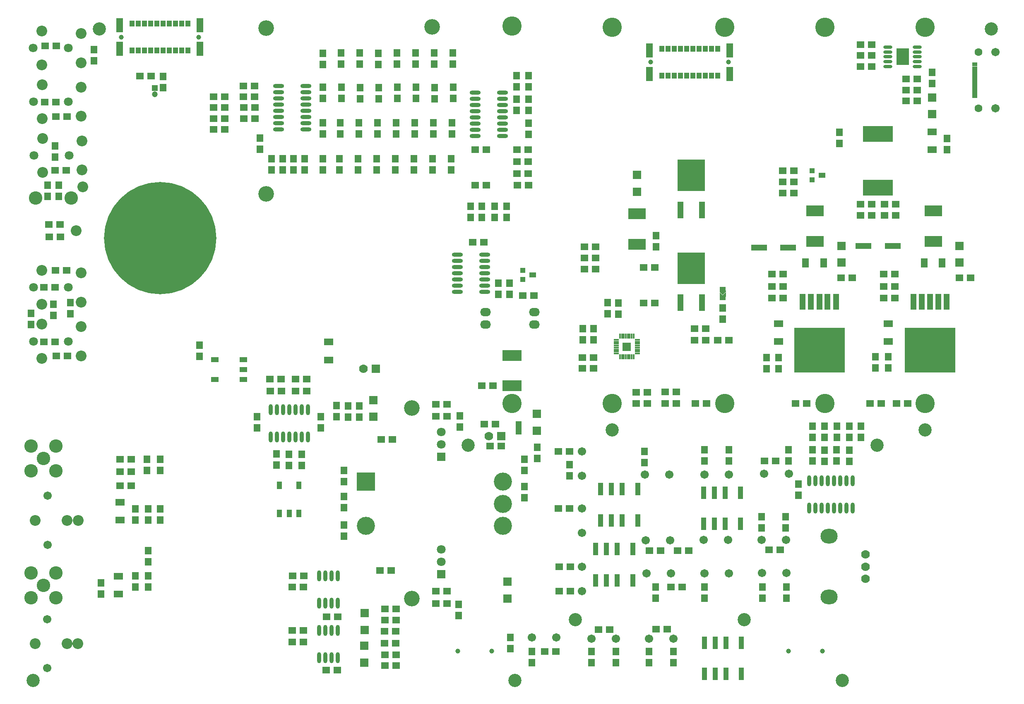
<source format=gts>
G04*
G04 #@! TF.GenerationSoftware,Altium Limited,Altium Designer,20.1.8 (145)*
G04*
G04 Layer_Color=8388736*
%FSAX24Y24*%
%MOIN*%
G70*
G04*
G04 #@! TF.SameCoordinates,C37C2F13-19AF-4E89-93B9-DE42FBC32811*
G04*
G04*
G04 #@! TF.FilePolarity,Negative*
G04*
G01*
G75*
%ADD62R,0.1580X0.0867*%
%ADD63O,0.0320X0.0880*%
%ADD64R,0.0480X0.0400*%
%ADD65R,0.0530X0.0630*%
%ADD66R,0.0630X0.0530*%
%ADD67R,0.0415X0.0198*%
%ADD68R,0.0680X0.0680*%
%ADD69R,0.0552X0.1163*%
%ADD70R,0.0395X0.0513*%
%ADD71O,0.0730X0.0277*%
%ADD72R,0.0986X0.1340*%
%ADD73R,0.1261X0.0474*%
%ADD74R,0.0500X0.1261*%
%ADD75R,0.4096X0.3623*%
%ADD76R,0.2442X0.1261*%
%ADD77R,0.0780X0.0580*%
%ADD78R,0.0651X0.0651*%
%ADD79R,0.0395X0.0159*%
%ADD80R,0.0159X0.0395*%
%ADD81R,0.1415X0.0852*%
%ADD82R,0.2206X0.2521*%
%ADD83R,0.0474X0.1340*%
%ADD84O,0.0880X0.0320*%
%ADD85R,0.0434X0.1025*%
%ADD86R,0.0440X0.0440*%
%ADD87R,0.0580X0.0440*%
%ADD88O,0.0867X0.0671*%
%ADD89R,0.0580X0.0780*%
%ADD90R,0.0395X0.0631*%
%ADD91R,0.0631X0.0395*%
%ADD92C,0.0474*%
%ADD93R,0.0474X0.0474*%
%ADD94R,0.0700X0.0700*%
%ADD95C,0.0700*%
%ADD96C,0.1261*%
%ADD97C,0.1080*%
%ADD98C,0.0867*%
%ADD99C,0.0710*%
%ADD100C,0.1064*%
%ADD101C,0.0395*%
%ADD102C,0.0671*%
%ADD103C,0.0631*%
%ADD104C,0.1556*%
%ADD105C,0.0710*%
%ADD106R,0.0710X0.0710*%
%ADD107C,0.1458*%
%ADD108R,0.1458X0.1458*%
%ADD109O,0.1380X0.1182*%
%ADD110C,0.9055*%
G36*
X050120Y032720D02*
X049880Y032480D01*
X049640Y032720D01*
Y032820D01*
X050120D01*
Y032720D01*
D02*
G37*
G36*
Y032320D02*
X049640D01*
Y032700D01*
X049880Y032460D01*
X050120Y032700D01*
Y032320D01*
D02*
G37*
G36*
X066560Y043545D02*
X066320Y043305D01*
X066080Y043545D01*
Y043645D01*
X066560D01*
Y043545D01*
D02*
G37*
G36*
Y043145D02*
X066080D01*
Y043525D01*
X066320Y043285D01*
X066560Y043525D01*
Y043145D01*
D02*
G37*
D62*
X049340Y038420D02*
D03*
X049340Y035968D02*
D03*
D63*
X076260Y026118D02*
D03*
X075760Y028318D02*
D03*
X073760D02*
D03*
X075760Y026118D02*
D03*
X075260Y028318D02*
D03*
X074760D02*
D03*
X074260D02*
D03*
X076260D02*
D03*
X076760D02*
D03*
Y026118D02*
D03*
X075260D02*
D03*
X074760D02*
D03*
X074260D02*
D03*
X073260Y028318D02*
D03*
Y026118D02*
D03*
X073760D02*
D03*
X029890Y034060D02*
D03*
X030390Y031860D02*
D03*
X032390D02*
D03*
X030390Y034060D02*
D03*
X030890Y031860D02*
D03*
X031390D02*
D03*
X031890D02*
D03*
X029890D02*
D03*
X030890Y034060D02*
D03*
X031390D02*
D03*
X031890D02*
D03*
X032890Y031860D02*
D03*
Y034060D02*
D03*
X032390D02*
D03*
X033790Y018460D02*
D03*
X035290D02*
D03*
X034790Y018460D02*
D03*
X034290D02*
D03*
X033790Y020660D02*
D03*
X034290D02*
D03*
X034790D02*
D03*
X035290D02*
D03*
X033790Y014030D02*
D03*
X035290D02*
D03*
X034790Y014030D02*
D03*
X034290D02*
D03*
X033790Y016230D02*
D03*
X034290D02*
D03*
X034790D02*
D03*
X035290D02*
D03*
D64*
X049880Y032920D02*
D03*
Y032245D02*
D03*
X066320Y043070D02*
D03*
Y043745D02*
D03*
D65*
X021233Y060899D02*
D03*
X021233Y059999D02*
D03*
X084380Y055014D02*
D03*
X084380Y055914D02*
D03*
X051360Y031010D02*
D03*
X051360Y030110D02*
D03*
X083184Y061262D02*
D03*
X083184Y060362D02*
D03*
X057910Y041750D02*
D03*
X057910Y042650D02*
D03*
X055920Y039670D02*
D03*
X055920Y040570D02*
D03*
X057030Y042665D02*
D03*
X057030Y041765D02*
D03*
X066320Y042240D02*
D03*
X066320Y041340D02*
D03*
X060940Y048093D02*
D03*
X060940Y047193D02*
D03*
X034100Y061893D02*
D03*
X034100Y062793D02*
D03*
X035589Y061910D02*
D03*
X035589Y062810D02*
D03*
X037089D02*
D03*
X037089Y061910D02*
D03*
X040089D02*
D03*
X040089Y062810D02*
D03*
X041589Y061910D02*
D03*
X041589Y062810D02*
D03*
X043089Y061910D02*
D03*
X043089Y062810D02*
D03*
X044589D02*
D03*
X044589Y061910D02*
D03*
X038586Y062793D02*
D03*
X038586Y061893D02*
D03*
X072390Y028060D02*
D03*
X072390Y027160D02*
D03*
X077450Y032710D02*
D03*
X077450Y031810D02*
D03*
X076510Y029888D02*
D03*
X076510Y030788D02*
D03*
X076494Y031810D02*
D03*
X076494Y032710D02*
D03*
X050350Y030040D02*
D03*
X050350Y029140D02*
D03*
X053960Y028726D02*
D03*
X053960Y029626D02*
D03*
X046907Y050455D02*
D03*
X046907Y049555D02*
D03*
X016250Y020090D02*
D03*
X016250Y019190D02*
D03*
X019020Y025130D02*
D03*
X019020Y026030D02*
D03*
X050679Y056257D02*
D03*
X050679Y057157D02*
D03*
X046021Y050462D02*
D03*
X046021Y049562D02*
D03*
X047950Y049559D02*
D03*
X047950Y050459D02*
D03*
X034099Y054280D02*
D03*
X034099Y053380D02*
D03*
X034100Y059143D02*
D03*
X034100Y060043D02*
D03*
X034096Y057180D02*
D03*
X034096Y056280D02*
D03*
X036939Y053380D02*
D03*
X036939Y054280D02*
D03*
X037096Y059123D02*
D03*
X037096Y060023D02*
D03*
X037016Y056263D02*
D03*
X037016Y057163D02*
D03*
X038439Y053380D02*
D03*
X038439Y054280D02*
D03*
X038596Y059123D02*
D03*
X038596Y060023D02*
D03*
X038519Y057180D02*
D03*
X038519Y056280D02*
D03*
X042939Y053380D02*
D03*
X042939Y054280D02*
D03*
X043096Y059123D02*
D03*
X043096Y060023D02*
D03*
X043016Y056263D02*
D03*
X043016Y057163D02*
D03*
X044436Y054263D02*
D03*
X044436Y053363D02*
D03*
X044599Y060040D02*
D03*
X044599Y059140D02*
D03*
X044516Y056263D02*
D03*
X044516Y057163D02*
D03*
X029050Y055060D02*
D03*
X029050Y055960D02*
D03*
X035436Y053363D02*
D03*
X035436Y054263D02*
D03*
X035599Y059140D02*
D03*
X035599Y060040D02*
D03*
X035516Y057163D02*
D03*
X035516Y056263D02*
D03*
X039936Y053363D02*
D03*
X039936Y054263D02*
D03*
X040099Y059140D02*
D03*
X040099Y060040D02*
D03*
X040016Y057163D02*
D03*
X040016Y056263D02*
D03*
X041436Y053363D02*
D03*
X041436Y054263D02*
D03*
X041599Y059140D02*
D03*
X041599Y060040D02*
D03*
X041516Y057163D02*
D03*
X041516Y056263D02*
D03*
X029966Y054283D02*
D03*
X029966Y053383D02*
D03*
X032630Y054280D02*
D03*
X032630Y053380D02*
D03*
X031751Y054283D02*
D03*
X031751Y053383D02*
D03*
X050678Y058190D02*
D03*
X050678Y059090D02*
D03*
X050678Y060990D02*
D03*
X050678Y060090D02*
D03*
X030867Y054283D02*
D03*
X030867Y053383D02*
D03*
X049720Y058190D02*
D03*
X049720Y059090D02*
D03*
X049700Y060090D02*
D03*
X049700Y060990D02*
D03*
X048918Y050459D02*
D03*
X048918Y049559D02*
D03*
X055042Y040570D02*
D03*
X055042Y039670D02*
D03*
X010594Y041814D02*
D03*
X010594Y040914D02*
D03*
X012390Y042540D02*
D03*
X012390Y041640D02*
D03*
X013785Y042690D02*
D03*
X013785Y041790D02*
D03*
X048240Y043358D02*
D03*
X048240Y044258D02*
D03*
X020997Y030030D02*
D03*
X020997Y029130D02*
D03*
X049130Y043358D02*
D03*
X049130Y044258D02*
D03*
X015680Y063080D02*
D03*
X015680Y062180D02*
D03*
X012530Y054420D02*
D03*
X012530Y055320D02*
D03*
X011930Y051230D02*
D03*
X011930Y052130D02*
D03*
X012850D02*
D03*
X012850Y051230D02*
D03*
X049220Y015680D02*
D03*
X049220Y014780D02*
D03*
X060366Y014542D02*
D03*
X060366Y013642D02*
D03*
X057694D02*
D03*
X057694Y014542D02*
D03*
X035820Y028233D02*
D03*
X035820Y029133D02*
D03*
X032390Y030460D02*
D03*
X032390Y029560D02*
D03*
X030388Y030469D02*
D03*
X030388Y029569D02*
D03*
X028818Y033469D02*
D03*
X028818Y032569D02*
D03*
X031380Y030460D02*
D03*
X031380Y029560D02*
D03*
X045030Y017460D02*
D03*
X045030Y018360D02*
D03*
X035800Y023830D02*
D03*
X035800Y024730D02*
D03*
X035800Y026150D02*
D03*
X035800Y027050D02*
D03*
X036138Y033449D02*
D03*
X036138Y034349D02*
D03*
X045130Y032630D02*
D03*
X045130Y033530D02*
D03*
X037030Y034330D02*
D03*
X037030Y033430D02*
D03*
X035210Y034369D02*
D03*
X035210Y033469D02*
D03*
X033930D02*
D03*
X033930Y032569D02*
D03*
X020050Y021790D02*
D03*
X020050Y022690D02*
D03*
X019020Y019730D02*
D03*
X019020Y020630D02*
D03*
X020048Y026037D02*
D03*
X020048Y025137D02*
D03*
X019940Y029130D02*
D03*
X019940Y030030D02*
D03*
X020050Y019750D02*
D03*
X020050Y020650D02*
D03*
X021020Y025160D02*
D03*
X021020Y026060D02*
D03*
X079640Y037416D02*
D03*
X079640Y038316D02*
D03*
X078609Y038312D02*
D03*
X078609Y037412D02*
D03*
X069838Y038250D02*
D03*
X069838Y037350D02*
D03*
X070798Y037353D02*
D03*
X070798Y038253D02*
D03*
X075719Y056419D02*
D03*
X075719Y055519D02*
D03*
X024180Y039260D02*
D03*
X024180Y038360D02*
D03*
X050350Y027850D02*
D03*
X050350Y026950D02*
D03*
X075490Y031810D02*
D03*
X075490Y032710D02*
D03*
X074520D02*
D03*
X074520Y031810D02*
D03*
X073549D02*
D03*
X073549Y032710D02*
D03*
X073547Y029905D02*
D03*
X073547Y030805D02*
D03*
X074518Y030788D02*
D03*
X074518Y029888D02*
D03*
X075488Y029897D02*
D03*
X075488Y030797D02*
D03*
X050932Y014542D02*
D03*
X050932Y013642D02*
D03*
X071622Y030809D02*
D03*
X071622Y029909D02*
D03*
X055726Y014533D02*
D03*
X055726Y013633D02*
D03*
X066820Y029900D02*
D03*
X066820Y030800D02*
D03*
X064834Y029897D02*
D03*
X064834Y030797D02*
D03*
X062332Y013642D02*
D03*
X062332Y014542D02*
D03*
X060017Y029794D02*
D03*
X060017Y030694D02*
D03*
X071386Y024510D02*
D03*
X071386Y025410D02*
D03*
X060920Y019750D02*
D03*
X060920Y018850D02*
D03*
X069426Y024510D02*
D03*
X069426Y025410D02*
D03*
X064836Y019750D02*
D03*
X064836Y018850D02*
D03*
X069500Y019750D02*
D03*
X069500Y018850D02*
D03*
X071454Y019750D02*
D03*
X071454Y018850D02*
D03*
D66*
X020278Y060952D02*
D03*
X019378Y060952D02*
D03*
X070051Y022736D02*
D03*
X070951Y022736D02*
D03*
X013440Y053357D02*
D03*
X012540Y053357D02*
D03*
X012650Y063390D02*
D03*
X011750Y063390D02*
D03*
X072053Y051502D02*
D03*
X071153Y051502D02*
D03*
X079340Y050610D02*
D03*
X080240Y050610D02*
D03*
X064032Y039660D02*
D03*
X064932Y039660D02*
D03*
X064032Y040576D02*
D03*
X064932Y040576D02*
D03*
X065914Y039660D02*
D03*
X066814Y039660D02*
D03*
X081978Y059819D02*
D03*
X081078Y059819D02*
D03*
X081978Y060700D02*
D03*
X081078Y060700D02*
D03*
X081978Y058930D02*
D03*
X081078Y058930D02*
D03*
X078312Y061709D02*
D03*
X077412Y061709D02*
D03*
X078322Y063486D02*
D03*
X077422Y063486D02*
D03*
X047110Y032880D02*
D03*
X048010Y032880D02*
D03*
X059927Y045499D02*
D03*
X060827Y045499D02*
D03*
X055020Y038260D02*
D03*
X055920Y038260D02*
D03*
X055000Y037370D02*
D03*
X055900Y037370D02*
D03*
X047790Y035980D02*
D03*
X046890Y035980D02*
D03*
X059332Y034553D02*
D03*
X060232Y034553D02*
D03*
X059332Y035461D02*
D03*
X060232Y035461D02*
D03*
X061667Y034551D02*
D03*
X062567Y034551D02*
D03*
X065000Y034555D02*
D03*
X064100Y034555D02*
D03*
X062564Y035466D02*
D03*
X061664Y035466D02*
D03*
X073080Y034560D02*
D03*
X072180Y034560D02*
D03*
X078161Y034553D02*
D03*
X079061Y034553D02*
D03*
X081208Y034560D02*
D03*
X080308Y034560D02*
D03*
X055161Y047182D02*
D03*
X056061Y047182D02*
D03*
X055161Y046277D02*
D03*
X056061Y046277D02*
D03*
X055161Y045389D02*
D03*
X056061Y045389D02*
D03*
X060823Y042650D02*
D03*
X059923Y042650D02*
D03*
X077408Y062604D02*
D03*
X078308Y062604D02*
D03*
X051980Y014542D02*
D03*
X052880Y014542D02*
D03*
X053960Y030694D02*
D03*
X053060Y030694D02*
D03*
X053150Y021390D02*
D03*
X054050Y021390D02*
D03*
X053960Y026084D02*
D03*
X053060Y026084D02*
D03*
X053150Y019416D02*
D03*
X054050Y019416D02*
D03*
X025296Y057519D02*
D03*
X026196Y057519D02*
D03*
X050626Y055016D02*
D03*
X049726Y055016D02*
D03*
X026199Y059282D02*
D03*
X025299Y059282D02*
D03*
Y056648D02*
D03*
X026199Y056648D02*
D03*
X046362Y055016D02*
D03*
X047262Y055016D02*
D03*
X028623Y058399D02*
D03*
X027723Y058399D02*
D03*
X028623Y057519D02*
D03*
X027723Y057519D02*
D03*
X049726Y054042D02*
D03*
X050626Y054042D02*
D03*
X049750Y053086D02*
D03*
X050650Y053086D02*
D03*
X027720Y060160D02*
D03*
X028620Y060160D02*
D03*
Y059283D02*
D03*
X027720Y059283D02*
D03*
X050660Y052156D02*
D03*
X049760Y052156D02*
D03*
X046362Y052157D02*
D03*
X047262Y052157D02*
D03*
X025296Y058400D02*
D03*
X026196Y058400D02*
D03*
X039100Y017083D02*
D03*
X040000Y017083D02*
D03*
X040001Y013401D02*
D03*
X039101Y013401D02*
D03*
X012539Y039506D02*
D03*
X011639Y039506D02*
D03*
X011630Y043909D02*
D03*
X012530Y043909D02*
D03*
X013460Y045287D02*
D03*
X012560Y045287D02*
D03*
X050220Y043252D02*
D03*
X051120Y043252D02*
D03*
X012629Y038371D02*
D03*
X013529Y038371D02*
D03*
X047080Y047560D02*
D03*
X046180Y047560D02*
D03*
X012610Y057680D02*
D03*
X013510Y057680D02*
D03*
X012610Y058840D02*
D03*
X011710Y058840D02*
D03*
X012970Y047990D02*
D03*
X012070Y047990D02*
D03*
X012050Y048970D02*
D03*
X012950Y048970D02*
D03*
X056300Y016320D02*
D03*
X057200Y016320D02*
D03*
X061840Y016360D02*
D03*
X060940Y016360D02*
D03*
X039110Y017963D02*
D03*
X040010Y017963D02*
D03*
X043206Y019404D02*
D03*
X044106Y019404D02*
D03*
X031890Y035550D02*
D03*
X032790Y035550D02*
D03*
X039590Y021080D02*
D03*
X038690Y021080D02*
D03*
X039980Y016183D02*
D03*
X039080Y016183D02*
D03*
X043206Y018408D02*
D03*
X044106Y018408D02*
D03*
X034390Y017360D02*
D03*
X035290Y017360D02*
D03*
X030770Y035550D02*
D03*
X029870Y035550D02*
D03*
X030750Y036500D02*
D03*
X029850Y036500D02*
D03*
X044110Y034470D02*
D03*
X043210Y034470D02*
D03*
X035270Y013030D02*
D03*
X034370Y013030D02*
D03*
X040000Y014293D02*
D03*
X039100Y014293D02*
D03*
X032790Y036500D02*
D03*
X031890Y036500D02*
D03*
X032560Y020660D02*
D03*
X031660Y020660D02*
D03*
X032540Y015320D02*
D03*
X031640Y015320D02*
D03*
X031651Y016230D02*
D03*
X032551Y016230D02*
D03*
X031651Y019758D02*
D03*
X032551Y019758D02*
D03*
X017770Y030030D02*
D03*
X018670Y030030D02*
D03*
X017780Y027920D02*
D03*
X018680Y027920D02*
D03*
X017770Y029030D02*
D03*
X018670Y029030D02*
D03*
X080240Y049714D02*
D03*
X079340Y049714D02*
D03*
X086260Y044670D02*
D03*
X085360Y044670D02*
D03*
X079280Y043035D02*
D03*
X080180Y043035D02*
D03*
X080180Y043980D02*
D03*
X079280Y043980D02*
D03*
Y044990D02*
D03*
X080180Y044990D02*
D03*
X077405Y050611D02*
D03*
X078305Y050611D02*
D03*
X072053Y052405D02*
D03*
X071153Y052405D02*
D03*
X072050Y053320D02*
D03*
X071150Y053320D02*
D03*
X076724Y044670D02*
D03*
X075824Y044670D02*
D03*
X077405Y049718D02*
D03*
X078305Y049718D02*
D03*
X070267Y043035D02*
D03*
X071167Y043035D02*
D03*
X070264Y043980D02*
D03*
X071164Y043980D02*
D03*
X071167Y044990D02*
D03*
X070267Y044990D02*
D03*
X038810Y031650D02*
D03*
X039710Y031650D02*
D03*
X044110Y033510D02*
D03*
X043210Y033510D02*
D03*
X047570Y031100D02*
D03*
X048470Y031100D02*
D03*
X039980Y015223D02*
D03*
X039080Y015223D02*
D03*
X062147Y019752D02*
D03*
X063047Y019752D02*
D03*
X069660Y029920D02*
D03*
X070560Y029920D02*
D03*
X062687Y022690D02*
D03*
X063587Y022690D02*
D03*
X060394D02*
D03*
X061294Y022690D02*
D03*
D67*
X086605Y061508D02*
D03*
Y061311D02*
D03*
Y060917D02*
D03*
Y060327D02*
D03*
Y059933D02*
D03*
Y059736D02*
D03*
X086604Y059411D02*
D03*
X086605Y059292D02*
D03*
X086605Y059619D02*
D03*
X086605Y060130D02*
D03*
Y060524D02*
D03*
Y060720D02*
D03*
Y061114D02*
D03*
X086605Y061954D02*
D03*
X086604Y061626D02*
D03*
X086605Y061834D02*
D03*
D68*
X038181Y034819D02*
D03*
Y033469D02*
D03*
X083160Y059220D02*
D03*
Y057870D02*
D03*
X051325Y032350D02*
D03*
Y033700D02*
D03*
X059408Y052976D02*
D03*
Y051626D02*
D03*
X037460Y016283D02*
D03*
Y017633D02*
D03*
X037440Y015000D02*
D03*
Y013650D02*
D03*
X085359Y047262D02*
D03*
Y045912D02*
D03*
X075879Y047262D02*
D03*
Y045912D02*
D03*
X048980Y020170D02*
D03*
Y018820D02*
D03*
D69*
X024219Y063132D02*
D03*
X017743D02*
D03*
X024219Y065041D02*
D03*
X017743D02*
D03*
X066880Y061108D02*
D03*
X060404D02*
D03*
X066880Y063017D02*
D03*
X060404D02*
D03*
D70*
X023231Y063004D02*
D03*
X022731D02*
D03*
X022231D02*
D03*
X021731D02*
D03*
X021231D02*
D03*
X020731D02*
D03*
X020231D02*
D03*
X019731D02*
D03*
X019231D02*
D03*
X018731D02*
D03*
X023231Y065169D02*
D03*
X022731D02*
D03*
X022231D02*
D03*
X021731D02*
D03*
X021231D02*
D03*
X020731D02*
D03*
X020231D02*
D03*
X019731D02*
D03*
X019231D02*
D03*
X018731D02*
D03*
X065892Y060980D02*
D03*
X065392D02*
D03*
X064892D02*
D03*
X064392D02*
D03*
X063892D02*
D03*
X063392D02*
D03*
X062892D02*
D03*
X062392D02*
D03*
X061892D02*
D03*
X061392D02*
D03*
X065892Y063145D02*
D03*
X065392D02*
D03*
X064892D02*
D03*
X064392D02*
D03*
X063892D02*
D03*
X063392D02*
D03*
X062892D02*
D03*
X062392D02*
D03*
X061892D02*
D03*
X061392D02*
D03*
D71*
X081981Y061713D02*
D03*
Y062106D02*
D03*
Y062500D02*
D03*
Y062894D02*
D03*
Y063287D02*
D03*
X079619Y061713D02*
D03*
Y062106D02*
D03*
Y062500D02*
D03*
Y062894D02*
D03*
Y063287D02*
D03*
D72*
X080800Y062500D02*
D03*
D73*
X079991Y047262D02*
D03*
X077629D02*
D03*
X069227Y047110D02*
D03*
X071589D02*
D03*
D74*
X083016Y042731D02*
D03*
X083681D02*
D03*
X081671D02*
D03*
X084351D02*
D03*
X082341D02*
D03*
X073416Y042731D02*
D03*
X075426D02*
D03*
X072746D02*
D03*
X074756D02*
D03*
X074091D02*
D03*
D75*
X083016Y038843D02*
D03*
X074091Y038843D02*
D03*
D76*
X078812Y056275D02*
D03*
X078810Y051945D02*
D03*
D77*
X083180Y055010D02*
D03*
Y056460D02*
D03*
X034589Y038058D02*
D03*
Y039508D02*
D03*
X017630Y020620D02*
D03*
Y019170D02*
D03*
X017770Y026580D02*
D03*
Y025130D02*
D03*
X079640Y039530D02*
D03*
Y040980D02*
D03*
X070798Y039530D02*
D03*
Y040980D02*
D03*
D78*
X058585Y039127D02*
D03*
D79*
X057735Y038576D02*
D03*
Y038733D02*
D03*
Y038891D02*
D03*
Y039048D02*
D03*
Y039206D02*
D03*
Y039363D02*
D03*
Y039521D02*
D03*
Y039678D02*
D03*
X059435D02*
D03*
Y039521D02*
D03*
Y039363D02*
D03*
Y039206D02*
D03*
Y039048D02*
D03*
Y038891D02*
D03*
Y038733D02*
D03*
Y038576D02*
D03*
D80*
X058034Y039977D02*
D03*
X058191D02*
D03*
X058348D02*
D03*
X058506D02*
D03*
X058663D02*
D03*
X058821D02*
D03*
X058978D02*
D03*
X059136D02*
D03*
Y038301D02*
D03*
X058978D02*
D03*
X058821D02*
D03*
X058663D02*
D03*
X058506D02*
D03*
X058348Y038302D02*
D03*
X058191Y038301D02*
D03*
X058034Y038302D02*
D03*
D81*
X059412Y049836D02*
D03*
X059410Y047380D02*
D03*
X083287Y050074D02*
D03*
X083285Y047618D02*
D03*
X073740Y047618D02*
D03*
X073742Y050074D02*
D03*
D82*
X063776Y052935D02*
D03*
Y045460D02*
D03*
D83*
X064642Y050140D02*
D03*
X062910D02*
D03*
Y042665D02*
D03*
X064642D02*
D03*
D84*
X032730Y059650D02*
D03*
X030530Y059150D02*
D03*
Y057150D02*
D03*
X032730Y059150D02*
D03*
X030530Y058650D02*
D03*
Y058150D02*
D03*
Y057650D02*
D03*
Y059650D02*
D03*
Y060150D02*
D03*
X032730D02*
D03*
Y058650D02*
D03*
Y058150D02*
D03*
Y057650D02*
D03*
X030530Y056650D02*
D03*
X032730D02*
D03*
Y057150D02*
D03*
X048568Y056601D02*
D03*
Y056101D02*
D03*
X046368D02*
D03*
X048568Y057101D02*
D03*
Y057601D02*
D03*
Y058101D02*
D03*
Y059601D02*
D03*
X046368D02*
D03*
Y059101D02*
D03*
Y057101D02*
D03*
Y057601D02*
D03*
Y058101D02*
D03*
X048568Y058601D02*
D03*
X046368Y056601D02*
D03*
Y058601D02*
D03*
X048568Y059101D02*
D03*
X044940Y046030D02*
D03*
Y046530D02*
D03*
X047140D02*
D03*
X044940Y045530D02*
D03*
Y045030D02*
D03*
Y044530D02*
D03*
X047140Y043530D02*
D03*
Y045530D02*
D03*
Y045030D02*
D03*
Y044530D02*
D03*
X044940Y044030D02*
D03*
X047140Y046030D02*
D03*
Y044030D02*
D03*
X044940Y043530D02*
D03*
D85*
X067756Y027350D02*
D03*
X066496D02*
D03*
X065630D02*
D03*
X064764D02*
D03*
Y024830D02*
D03*
X065630D02*
D03*
X066496D02*
D03*
X067756D02*
D03*
X059066Y020290D02*
D03*
X057806D02*
D03*
X056940D02*
D03*
X056074D02*
D03*
Y022810D02*
D03*
X056940D02*
D03*
X057806D02*
D03*
X059066D02*
D03*
X059476Y025120D02*
D03*
X058216D02*
D03*
X057350D02*
D03*
X056484D02*
D03*
Y027640D02*
D03*
X057350D02*
D03*
X058216D02*
D03*
X059476D02*
D03*
X067822Y012740D02*
D03*
X066562D02*
D03*
X065696D02*
D03*
X064830D02*
D03*
Y015260D02*
D03*
X065696D02*
D03*
X066562D02*
D03*
X067822D02*
D03*
D86*
X050220Y045280D02*
D03*
Y044530D02*
D03*
X073503Y052576D02*
D03*
Y053326D02*
D03*
D87*
X051020Y044900D02*
D03*
X074303Y052946D02*
D03*
D88*
X051129Y040900D02*
D03*
Y041900D02*
D03*
X047192Y040900D02*
D03*
Y041900D02*
D03*
D89*
X082530Y045880D02*
D03*
X083980D02*
D03*
X074424D02*
D03*
X072974D02*
D03*
D90*
X032177Y027962D02*
D03*
X031390Y025678D02*
D03*
X030603Y027962D02*
D03*
X032177Y025678D02*
D03*
X030603D02*
D03*
D91*
X027702Y036493D02*
D03*
Y038067D02*
D03*
X025418Y036493D02*
D03*
X027702Y037280D02*
D03*
X025418Y038067D02*
D03*
D92*
X020570Y059490D02*
D03*
D93*
Y059990D02*
D03*
D94*
X038371Y037352D02*
D03*
X048470Y031910D02*
D03*
D95*
X037371Y037352D02*
D03*
X047470Y031910D02*
D03*
X077813Y022375D02*
D03*
Y020406D02*
D03*
Y021391D02*
D03*
D96*
X041280Y034174D02*
D03*
Y018820D02*
D03*
X042913Y064921D02*
D03*
X029528Y064823D02*
D03*
Y051437D02*
D03*
D97*
X010610Y029110D02*
D03*
Y031110D02*
D03*
X012610D02*
D03*
Y029110D02*
D03*
X011610Y030110D02*
D03*
X010610Y018874D02*
D03*
Y020874D02*
D03*
X012610D02*
D03*
Y018874D02*
D03*
X011610Y019874D02*
D03*
X010982Y051102D02*
D03*
X013856D02*
D03*
D98*
X014762Y052008D02*
D03*
X014250Y048465D02*
D03*
X014640Y060059D02*
D03*
Y057697D02*
D03*
X011490Y060256D02*
D03*
Y057500D02*
D03*
X014634Y040740D02*
D03*
Y038378D02*
D03*
X011484Y040937D02*
D03*
Y038181D02*
D03*
X014381Y015188D02*
D03*
X010936D02*
D03*
X013495D02*
D03*
X014634Y045091D02*
D03*
Y042728D02*
D03*
X011484Y045287D02*
D03*
Y042531D02*
D03*
X014401Y025129D02*
D03*
X010956D02*
D03*
X013515D02*
D03*
X011540Y053169D02*
D03*
Y055925D02*
D03*
X014690Y053366D02*
D03*
Y055728D02*
D03*
X011480Y061831D02*
D03*
Y064587D02*
D03*
X014630Y062028D02*
D03*
Y064390D02*
D03*
D99*
X013616Y058878D02*
D03*
X010797D02*
D03*
X013610Y039559D02*
D03*
X010791D02*
D03*
X013610Y043909D02*
D03*
X010791D02*
D03*
X010847Y054547D02*
D03*
X013666D02*
D03*
X010787Y063209D02*
D03*
X013606D02*
D03*
D100*
X054440Y017126D02*
D03*
X068036D02*
D03*
X045802Y031186D02*
D03*
X078746Y031186D02*
D03*
X082602Y032404D02*
D03*
X057405Y032404D02*
D03*
X016102Y064756D02*
D03*
X087951Y064756D02*
D03*
X010787Y012197D02*
D03*
X075945D02*
D03*
X049567D02*
D03*
D101*
X044960Y014570D02*
D03*
X047700D02*
D03*
X024101Y064087D02*
D03*
X017861D02*
D03*
X066762Y062063D02*
D03*
X060522D02*
D03*
X071610Y014570D02*
D03*
X074350D02*
D03*
D102*
X088278Y062886D02*
D03*
Y058358D02*
D03*
X054986Y030694D02*
D03*
Y028726D02*
D03*
X054966Y019416D02*
D03*
Y021384D02*
D03*
X060366Y015576D02*
D03*
X062334D02*
D03*
X057694Y015586D02*
D03*
X055726D02*
D03*
X069436Y023544D02*
D03*
X071404D02*
D03*
X011920Y017157D02*
D03*
Y013220D02*
D03*
X060046Y028824D02*
D03*
X062014D02*
D03*
X011940Y027097D02*
D03*
Y023160D02*
D03*
X064786Y023544D02*
D03*
X066754D02*
D03*
X050932Y015663D02*
D03*
X052900D02*
D03*
X071624Y028864D02*
D03*
X069656D02*
D03*
X054986Y026084D02*
D03*
Y024116D02*
D03*
X066796Y028824D02*
D03*
X064828D02*
D03*
X060170Y020850D02*
D03*
X062138D02*
D03*
X064836Y020856D02*
D03*
X066804D02*
D03*
X062064Y023524D02*
D03*
X060096D02*
D03*
X069486Y020866D02*
D03*
X071454D02*
D03*
D103*
X086900Y062886D02*
D03*
Y058358D02*
D03*
D104*
X049334Y064968D02*
D03*
Y034555D02*
D03*
X057405D02*
D03*
X066460D02*
D03*
X074531D02*
D03*
X066460Y064870D02*
D03*
X082602Y034555D02*
D03*
Y064870D02*
D03*
X074531D02*
D03*
X057405D02*
D03*
D105*
X043630Y022770D02*
D03*
Y021770D02*
D03*
Y032230D02*
D03*
Y031230D02*
D03*
D106*
Y020770D02*
D03*
Y030230D02*
D03*
D107*
X048610Y024690D02*
D03*
X037586D02*
D03*
X048610Y028233D02*
D03*
Y026462D02*
D03*
D108*
X037586Y028233D02*
D03*
D109*
X074860Y023851D02*
D03*
Y018930D02*
D03*
D110*
X021020Y047870D02*
D03*
M02*

</source>
